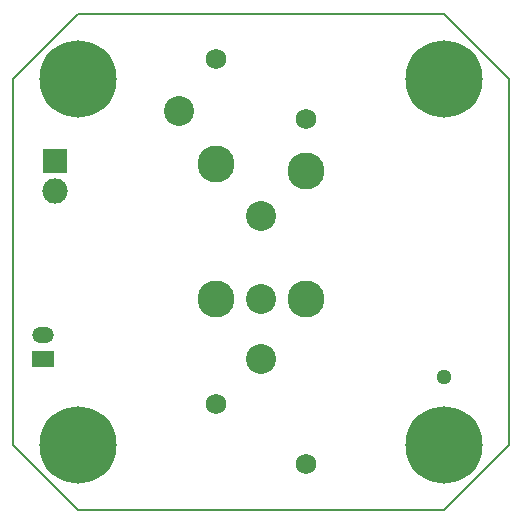
<source format=gts>
G04 #@! TF.FileFunction,Soldermask,Top*
%FSLAX46Y46*%
G04 Gerber Fmt 4.6, Leading zero omitted, Abs format (unit mm)*
G04 Created by KiCad (PCBNEW 4.0.7) date Thu Jan 25 16:07:57 2018*
%MOMM*%
%LPD*%
G01*
G04 APERTURE LIST*
%ADD10C,0.100000*%
%ADD11C,0.150000*%
%ADD12C,1.283000*%
%ADD13C,6.540000*%
%ADD14C,0.740000*%
%ADD15O,2.138980X2.138980*%
%ADD16R,2.138980X2.138980*%
%ADD17R,1.840000X1.340000*%
%ADD18O,1.840000X1.340000*%
%ADD19C,1.740000*%
%ADD20C,3.140000*%
%ADD21C,2.540000*%
G04 APERTURE END LIST*
D10*
D11*
X42000000Y36500000D02*
X42000000Y5500000D01*
X36500000Y42000000D02*
X42000000Y36500000D01*
X5500000Y42000000D02*
X36500000Y42000000D01*
X0Y36500000D02*
X5500000Y42000000D01*
X0Y5500000D02*
X0Y36500000D01*
X5500000Y0D02*
X0Y5500000D01*
X36500000Y0D02*
X5500000Y0D01*
X42000000Y5500000D02*
X36500000Y0D01*
D12*
X36500000Y11250000D03*
D13*
X36500000Y36500000D03*
D14*
X38900000Y36500000D03*
X38197056Y34802944D03*
X36500000Y34100000D03*
X34802944Y34802944D03*
X34100000Y36500000D03*
X34802944Y38197056D03*
X36500000Y38900000D03*
X38197056Y38197056D03*
D15*
X3500000Y27000000D03*
D16*
X3500000Y29540000D03*
D17*
X2500000Y12750000D03*
D18*
X2500000Y14750000D03*
D13*
X5500000Y36500000D03*
D14*
X7900000Y36500000D03*
X7197056Y34802944D03*
X5500000Y34100000D03*
X3802944Y34802944D03*
X3100000Y36500000D03*
X3802944Y38197056D03*
X5500000Y38900000D03*
X7197056Y38197056D03*
D13*
X5500000Y5500000D03*
D14*
X7900000Y5500000D03*
X7197056Y3802944D03*
X5500000Y3100000D03*
X3802944Y3802944D03*
X3100000Y5500000D03*
X3802944Y7197056D03*
X5500000Y7900000D03*
X7197056Y7197056D03*
D13*
X36500000Y5500000D03*
D14*
X38900000Y5500000D03*
X38197056Y3802944D03*
X36500000Y3100000D03*
X34802944Y3802944D03*
X34100000Y5500000D03*
X34802944Y7197056D03*
X36500000Y7900000D03*
X38197056Y7197056D03*
D19*
X24810000Y3860000D03*
X17190000Y8940000D03*
D20*
X17190000Y17830000D03*
X24810000Y17830000D03*
D21*
X21000000Y17830000D03*
X21000000Y12750000D03*
D19*
X17190000Y38190000D03*
X24810000Y33110000D03*
D20*
X17190000Y29300000D03*
X24810000Y28665000D03*
D21*
X21000000Y24855000D03*
X14015000Y33745000D03*
M02*

</source>
